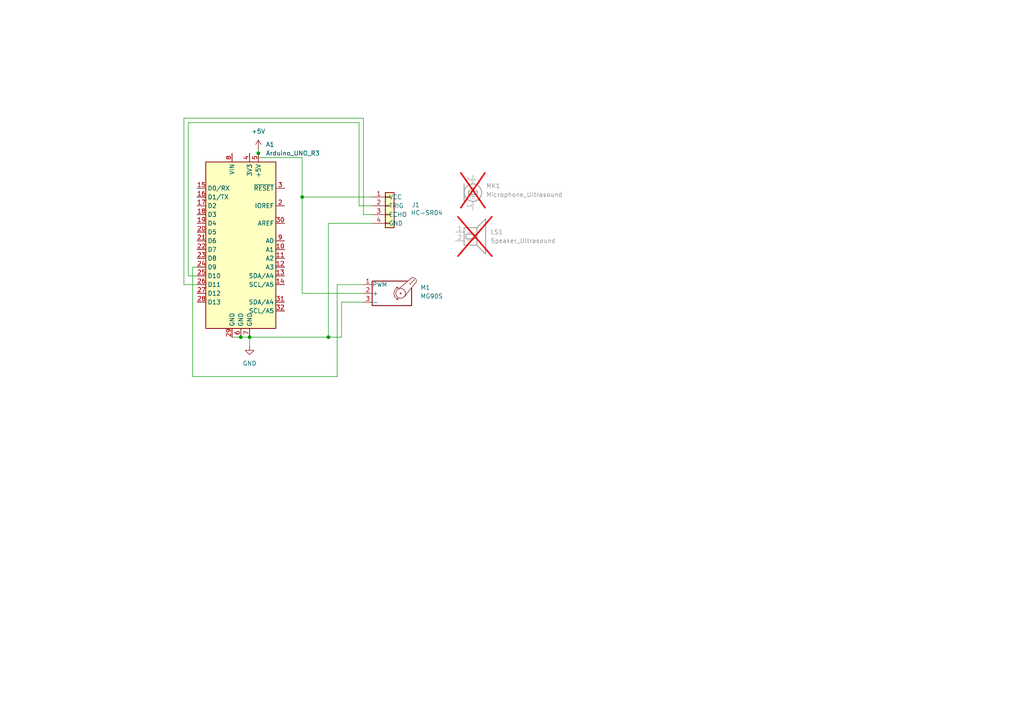
<source format=kicad_sch>
(kicad_sch (version 20250114) (generator "eeschema") (generator_version "9.0")
  (paper "A4")
  (lib_symbols
    (symbol "Connector_Generic:Conn_01x04" (pin_names (offset 1.016))
      (property "Reference" "J1" (at 2.54 0.0001 0))
      (property "Value" "HC-SR04" (at 6.096 -2.032 0))
      (symbol "Conn_01x04_1_1"
        (rectangle (start -1.27 3.81) (end 1.27 -6.35) (stroke (width 0.254)) (fill (type background)))
        (rectangle (start -1.27 2.667) (end 0 2.413) (stroke (width 0.1524)))
        (rectangle (start -1.27 0.127) (end 0 -0.127) (stroke (width 0.1524)))
        (rectangle (start -1.27 -2.413) (end 0 -2.667) (stroke (width 0.1524)))
        (rectangle (start -1.27 -4.953) (end 0 -5.207) (stroke (width 0.1524)))
        (pin passive line (at -5.08 2.54 0) (length 3.81) (name "VCC") (number "1"))
        (pin passive line (at -5.08 0 0) (length 3.81) (name "TRIG") (number "2"))
        (pin passive line (at -5.08 -2.54 0) (length 3.81) (name "ECHO") (number "3"))
        (pin passive line (at -5.08 -5.08 0) (length 3.81) (name "GND") (number "4"))
      )
    )
    (symbol "Device:Microphone_Ultrasound" (pin_names (offset 0.0254) (hide yes))
      (property "Reference" "MK" (at -3.81 1.143 0))
      (property "Value" "Microphone_Ultrasound" (at -3.81 -0.762 0))
      (symbol "Microphone_Ultrasound_0_1"
        (polyline (pts (xy -2.54 2.54) (xy -2.54 -2.54)) (stroke (width 0.254)))
        (rectangle (start -1.27 0.508) (end 1.27 -0.508) (stroke (width 0.254)))
        (polyline (pts (xy -0.762 1.016) (xy 0.762 1.016)))
        (polyline (pts (xy -0.762 -1.016) (xy 0.762 -1.016)))
        (polyline (pts (xy 0 1.016) (xy 0 1.778)))
        (circle (center 0 0) (radius 2.54) (stroke (width 0.254)))
        (polyline (pts (xy 0 -1.016) (xy 0 -1.778)))
        (polyline (pts (xy 0.254 3.81) (xy 0.762 3.81)))
        (polyline (pts (xy 0.508 4.064) (xy 0.508 3.556)))
      )
      (symbol "Microphone_Ultrasound_1_1"
        (pin passive line (at 0 5.08 270) (length 2.54) (name "+") (number "2"))
        (pin passive line (at 0 -5.08 90) (length 2.54) (name "-") (number "1"))
      )
    )
    (symbol "Device:Speaker_Ultrasound" (pin_names (offset 0) (hide yes))
      (property "Reference" "LS" (at 0.635 5.715 0))
      (property "Value" "Speaker_Ultrasound" (at 0.635 3.81 0))
      (symbol "Speaker_Ultrasound_0_0"
        (rectangle (start -2.54 1.27) (end 1.143 -3.81) (stroke (width 0.254)))
        (rectangle (start -2.032 -0.635) (end 0.635 -1.905) (stroke (width 0.254)))
        (polyline (pts (xy -1.651 -0.254) (xy 0.381 -0.254)))
        (polyline (pts (xy -1.651 -2.286) (xy 0.381 -2.286)))
        (polyline (pts (xy -0.635 -0.254) (xy -0.635 0.508)))
        (polyline (pts (xy -0.635 -2.286) (xy -0.635 -3.048)))
        (polyline (pts (xy 1.143 1.27) (xy 3.683 3.81) (xy 3.683 -6.35) (xy 1.143 -3.81)) (stroke (width 0.254)))
      )
      (symbol "Speaker_Ultrasound_1_1"
        (pin input line (at -5.08 0 0) (length 2.54) (name "1") (number "1"))
        (pin input line (at -5.08 -2.54 0) (length 2.54) (name "2") (number "2"))
      )
    )
    (symbol "MCU_Module:Arduino_UNO_R3"
      (property "Reference" "A" (at -10.16 23.495 0))
      (property "Value" "Arduino_UNO_R3" (at 5.08 -26.67 0))
      (symbol "Arduino_UNO_R3_0_1"
        (rectangle (start -10.16 22.86) (end 10.16 -25.4) (stroke (width 0.254)) (fill (type background)))
      )
      (symbol "Arduino_UNO_R3_1_1"
        (pin bidirectional line (at -12.7 15.24 0) (length 2.54) (name "D0/RX") (number "15"))
        (pin bidirectional line (at -12.7 12.7 0) (length 2.54) (name "D1/TX") (number "16"))
        (pin bidirectional line (at -12.7 10.16 0) (length 2.54) (name "D2") (number "17"))
        (pin bidirectional line (at -12.7 7.62 0) (length 2.54) (name "D3") (number "18"))
        (pin bidirectional line (at -12.7 5.08 0) (length 2.54) (name "D4") (number "19"))
        (pin bidirectional line (at -12.7 2.54 0) (length 2.54) (name "D5") (number "20"))
        (pin bidirectional line (at -12.7 0 0) (length 2.54) (name "D6") (number "21"))
        (pin bidirectional line (at -12.7 -2.54 0) (length 2.54) (name "D7") (number "22"))
        (pin bidirectional line (at -12.7 -5.08 0) (length 2.54) (name "D8") (number "23"))
        (pin bidirectional line (at -12.7 -7.62 0) (length 2.54) (name "D9") (number "24"))
        (pin bidirectional line (at -12.7 -10.16 0) (length 2.54) (name "D10") (number "25"))
        (pin bidirectional line (at -12.7 -12.7 0) (length 2.54) (name "D11") (number "26"))
        (pin bidirectional line (at -12.7 -15.24 0) (length 2.54) (name "D12") (number "27"))
        (pin bidirectional line (at -12.7 -17.78 0) (length 2.54) (name "D13") (number "28"))
        (pin no_connect line (at -10.16 -20.32 0) (length 2.54) (hide yes) (name "NC") (number "1"))
        (pin power_in line (at -2.54 25.4 270) (length 2.54) (name "VIN") (number "8"))
        (pin power_in line (at -2.54 -27.94 90) (length 2.54) (name "GND") (number "29"))
        (pin power_in line (at 0 -27.94 90) (length 2.54) (name "GND") (number "6"))
        (pin power_out line (at 2.54 25.4 270) (length 2.54) (name "3V3") (number "4"))
        (pin power_in line (at 2.54 -27.94 90) (length 2.54) (name "GND") (number "7"))
        (pin power_out line (at 5.08 25.4 270) (length 2.54) (name "+5V") (number "5"))
        (pin input line (at 12.7 15.24 180) (length 2.54) (name "~{RESET}") (number "3"))
        (pin output line (at 12.7 10.16 180) (length 2.54) (name "IOREF") (number "2"))
        (pin input line (at 12.7 5.08 180) (length 2.54) (name "AREF") (number "30"))
        (pin bidirectional line (at 12.7 0 180) (length 2.54) (name "A0") (number "9"))
        (pin bidirectional line (at 12.7 -2.54 180) (length 2.54) (name "A1") (number "10"))
        (pin bidirectional line (at 12.7 -5.08 180) (length 2.54) (name "A2") (number "11"))
        (pin bidirectional line (at 12.7 -7.62 180) (length 2.54) (name "A3") (number "12"))
        (pin bidirectional line (at 12.7 -10.16 180) (length 2.54) (name "SDA/A4") (number "13"))
        (pin bidirectional line (at 12.7 -12.7 180) (length 2.54) (name "SCL/A5") (number "14"))
        (pin bidirectional line (at 12.7 -17.78 180) (length 2.54) (name "SDA/A4") (number "31"))
        (pin bidirectional line (at 12.7 -20.32 180) (length 2.54) (name "SCL/A5") (number "32"))
      )
    )
    (symbol "Motor:Motor_Servo" (pin_names (offset 0.0254))
      (property "Reference" "M" (at -5.08 4.445 0))
      (property "Value" "Motor_Servo" (at -5.08 -4.064 0))
      (symbol "Motor_Servo_0_1"
        (polyline (pts (xy 2.413 1.778) (xy 1.905 1.778)))
        (polyline (pts (xy 2.413 1.778) (xy 2.286 1.397)))
        (polyline (pts (xy 2.413 -1.778) (xy 2.032 -1.778)))
        (polyline (pts (xy 2.413 -1.778) (xy 2.286 -1.397)))
        (arc (start 2.413 -1.778) (mid 1.2406 0) (end 2.413 1.778))
        (circle (center 3.175 0) (radius 0.1778))
        (circle (center 3.175 0) (radius 1.4224))
        (polyline (pts (xy 5.08 3.556) (xy -5.08 3.556) (xy -5.08 -3.556) (xy 6.35 -3.556) (xy 6.35 1.524)) (stroke (width 0.254)))
        (circle (center 5.969 2.794) (radius 0.127))
        (polyline (pts (xy 6.35 4.445) (xy 2.54 1.27)))
        (circle (center 6.477 3.302) (radius 0.127))
        (arc (start 6.35 4.445) (mid 7.4487 4.2737) (end 7.62 3.175))
        (circle (center 6.985 3.81) (radius 0.127))
        (polyline (pts (xy 7.62 3.175) (xy 4.191 -1.016)))
      )
      (symbol "Motor_Servo_1_1"
        (pin passive line (at -7.62 2.54 0) (length 2.54) (name "PWM") (number "1"))
        (pin passive line (at -7.62 0 0) (length 2.54) (name "+") (number "2"))
        (pin passive line (at -7.62 -2.54 0) (length 2.54) (name "-") (number "3"))
      )
    )
    (symbol "power:+5V" (power) (pin_numbers (hide yes)) (pin_names (offset 0) (hide yes))
      (property "Value" "+5V" (at 0 3.556 0))
      (symbol "+5V_0_1"
        (polyline (pts (xy -0.762 1.27) (xy 0 2.54)))
        (polyline (pts (xy 0 2.54) (xy 0.762 1.27)))
        (polyline (pts (xy 0 0) (xy 0 2.54)))
      )
      (symbol "+5V_1_1"
        (pin power_in line (at 0 0 90) (length 0) (name "~") (number "1"))
      )
    )
    (symbol "power:GND" (power) (pin_numbers (hide yes)) (pin_names (offset 0) (hide yes))
      (property "Value" "GND" (at 0 -3.81 0))
      (symbol "GND_0_1"
        (polyline (pts (xy 0 0) (xy 0 -1.27) (xy 1.27 -1.27) (xy 0 -2.54) (xy -1.27 -1.27) (xy 0 -1.27)))
      )
      (symbol "GND_1_1"
        (pin power_in line (at 0 0 270) (length 0) (name "~") (number "1"))
      )
    )
  )
  (junction (at 95.25 97.79))
  (junction (at 69.85 97.79))
  (junction (at 72.39 97.79))
  (junction (at 87.63 57.15))
  (junction (at 74.93 44.45))
  (wire (pts (xy 87.63 57.15) (xy 87.63 45.72)))
  (wire (pts (xy 57.15 77.47) (xy 55.88 77.47)))
  (wire (pts (xy 104.14 35.56) (xy 104.14 59.69)))
  (wire (pts (xy 87.63 85.09) (xy 105.41 85.09)))
  (wire (pts (xy 55.88 77.47) (xy 55.88 109.22)))
  (wire (pts (xy 54.61 80.01) (xy 54.61 35.56)))
  (wire (pts (xy 105.41 87.63) (xy 99.06 87.63)))
  (wire (pts (xy 107.95 64.77) (xy 95.25 64.77)))
  (wire (pts (xy 53.34 34.29) (xy 105.41 34.29)))
  (wire (pts (xy 53.34 82.55) (xy 53.34 34.29)))
  (wire (pts (xy 74.93 45.72) (xy 74.93 44.45)))
  (wire (pts (xy 97.79 109.22) (xy 97.79 82.55)))
  (wire (pts (xy 69.85 97.79) (xy 72.39 97.79)))
  (wire (pts (xy 95.25 97.79) (xy 99.06 97.79)))
  (wire (pts (xy 87.63 57.15) (xy 107.95 57.15)))
  (wire (pts (xy 54.61 35.56) (xy 104.14 35.56)))
  (wire (pts (xy 87.63 45.72) (xy 74.93 45.72)))
  (wire (pts (xy 105.41 62.23) (xy 107.95 62.23)))
  (wire (pts (xy 55.88 109.22) (xy 97.79 109.22)))
  (wire (pts (xy 95.25 64.77) (xy 95.25 97.79)))
  (wire (pts (xy 99.06 87.63) (xy 99.06 97.79)))
  (wire (pts (xy 97.79 82.55) (xy 105.41 82.55)))
  (wire (pts (xy 105.41 34.29) (xy 105.41 62.23)))
  (wire (pts (xy 72.39 97.79) (xy 95.25 97.79)))
  (wire (pts (xy 74.93 43.18) (xy 74.93 44.45)))
  (wire (pts (xy 104.14 59.69) (xy 107.95 59.69)))
  (wire (pts (xy 57.15 82.55) (xy 53.34 82.55)))
  (wire (pts (xy 57.15 80.01) (xy 54.61 80.01)))
  (wire (pts (xy 72.39 97.79) (xy 72.39 100.33)))
  (wire (pts (xy 87.63 57.15) (xy 87.63 85.09)))
  (wire (pts (xy 67.31 97.79) (xy 69.85 97.79)))
  (symbol (lib_id "MCU_Module:Arduino_UNO_R3") (at 69.85 69.85 0) (unit 1)
    (property "Reference" "A1" (at 77.0733 41.91 0) (effects (justify left)))
    (property "Value" "Arduino_UNO_R3" (at 77.0733 44.45 0) (effects (justify left)))
    (property "Footprint" "Module:Arduino_UNO_R3" (effects (hide yes)))
    (property "Datasheet" "https://www.arduino.cc/en/Main/arduinoBoardUno" (effects (hide yes)))
    (property "Description" "Arduino UNO Microcontroller Module, release 3" (effects (hide yes)))
  )
  (symbol (lib_id "Device:Speaker_Ultrasound") (at 137.16 67.31 0) (unit 1) (in_bom no) (on_board no) (dnp yes)
    (property "Reference" "LS1" (at 142.24 67.3099 0) (effects (justify left)))
    (property "Value" "Speaker_Ultrasound" (at 142.24 69.8499 0) (effects (justify left)))
    (property "Description" "Ultrasonic transducer" (effects (hide yes)))
  )
  (symbol (lib_id "Motor:Motor_Servo") (at 113.03 85.09 0) (unit 1)
    (property "Reference" "M1" (at 121.92 83.3868 0) (effects (justify left)))
    (property "Value" "MG90S" (at 121.92 85.9268 0) (effects (justify left)))
    (property "Datasheet" "http://forums.parallax.com/uploads/attachments/46831/74481.png" (effects (hide yes)))
    (property "Description" "Servo Motor (Futaba, HiTec, JR connector)" (effects (hide yes)))
  )
  (symbol (lib_id "power:+5V") (at 74.93 43.18 0) (unit 1)
    (property "Reference" "#PWR01" (effects (hide yes)))
    (property "Value" "+5V" (at 74.93 38.1 0))
    (property "Description" "Power symbol creates a global label with name \"+5V\"" (effects (hide yes)))
  )
  (symbol (lib_id "Device:Microphone_Ultrasound") (at 137.16 55.88 0) (unit 1) (in_bom no) (on_board no) (dnp yes)
    (property "Reference" "MK1" (at 140.97 53.9114 0) (effects (justify left)))
    (property "Value" "Microphone_Ultrasound" (at 140.97 56.4514 0) (effects (justify left)))
    (property "Description" "Ultrasound receiver" (effects (hide yes)))
  )
  (symbol (lib_id "power:GND") (at 72.39 100.33 0) (unit 1)
    (property "Reference" "#PWR02" (effects (hide yes)))
    (property "Value" "GND" (at 72.39 105.41 0))
    (property "Description" "Power symbol creates a global label with name \"GND\" , ground" (effects (hide yes)))
  )
  (symbol (lib_id "Connector_Generic:Conn_01x04") (at 113.03 59.69 0) (unit 1)
    (property "Reference" "J1" (at 119.38 59.436 0) (effects (justify left)))
    (property "Value" "HC-SR04" (at 119.126 61.722 0) (effects (justify left)))
    (property "Description" "Generic connector, single row, 01x04, script generated (kicad-library-utils/schlib/autogen/connector/)" (effects (hide yes)))
  )
)
</source>
